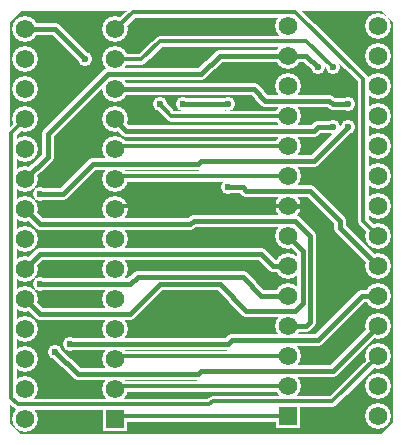
<source format=gbr>
G04 GERBER ASCII OUTPUT FROM: EDWINXP (VER. 1.61 REV. 20080315)*
G04 GERBER FORMAT: RX-274-X*
G04 BOARD: DSPIC_ADAPTER*
G04 ARTWORK OF SOLD.LAYERPOSITIVE SUPERIMPOSED ON NEGATIVE*
%ASAXBY*%
%FSLAX23Y23*%
%MIA0B0*%
%MOIN*%
%OFA0.0000B0.0000*%
%SFA1B1*%
%IJA0B0*%
%INLAYER29NEGPOS*%
%IOA0B0*%
%IPPOS*%
%IR0*%
G04 APERTURE MACROS*
%AMEDWDONUT*
1,1,$1,$2,$3*
1,0,$4,$2,$3*
%
%AMEDWFRECT*
20,1,$1,$2,$3,$4,$5,$6*
%
%AMEDWORECT*
20,1,$1,$2,$3,$4,$5,$10*
20,1,$1,$4,$5,$6,$7,$10*
20,1,$1,$6,$7,$8,$9,$10*
20,1,$1,$8,$9,$2,$3,$10*
1,1,$1,$2,$3*
1,1,$1,$4,$5*
1,1,$1,$6,$7*
1,1,$1,$8,$9*
%
%AMEDWLINER*
20,1,$1,$2,$3,$4,$5,$6*
1,1,$1,$2,$3*
1,1,$1,$4,$5*
%
%AMEDWFTRNG*
4,1,3,$1,$2,$3,$4,$5,$6,$7,$8,$9*
%
%AMEDWATRNG*
4,1,3,$1,$2,$3,$4,$5,$6,$7,$8,$9*
20,1,$11,$1,$2,$3,$4,$10*
20,1,$11,$3,$4,$5,$6,$10*
20,1,$11,$5,$6,$7,$8,$10*
1,1,$11,$3,$4*
1,1,$11,$5,$6*
1,1,$11,$7,$8*
%
%AMEDWOTRNG*
20,1,$1,$2,$3,$4,$5,$8*
20,1,$1,$4,$5,$6,$7,$8*
20,1,$1,$6,$7,$2,$3,$8*
1,1,$1,$2,$3*
1,1,$1,$4,$5*
1,1,$1,$6,$7*
%
G04*
G04 APERTURE LIST*
%ADD10R,0.0500X0.0460*%
%ADD11R,0.0740X0.0700*%
%ADD12R,0.0440X0.0400*%
%ADD13R,0.0680X0.0640*%
%ADD14R,0.0460X0.0500*%
%ADD15R,0.0700X0.0740*%
%ADD16R,0.0400X0.0440*%
%ADD17R,0.0640X0.0680*%
%ADD18R,0.0700X0.0700*%
%ADD19R,0.0940X0.0940*%
%ADD20R,0.0600X0.0600*%
%ADD21R,0.0840X0.0840*%
%ADD22C,0.0010*%
%ADD24C,0.00197*%
%ADD26C,0.0020*%
%ADD27R,0.0020X0.0020*%
%ADD28C,0.0030*%
%ADD29R,0.0030X0.0030*%
%ADD30C,0.00302*%
%ADD31R,0.00302X0.00302*%
%ADD32C,0.0040*%
%ADD33R,0.0040X0.0040*%
%ADD34C,0.0050*%
%ADD35R,0.0050X0.0050*%
%ADD36C,0.00512*%
%ADD38C,0.00787*%
%ADD39R,0.00787X0.00787*%
%ADD40C,0.0080*%
%ADD42C,0.00889*%
%ADD43R,0.00889X0.00889*%
%ADD44C,0.00984*%
%ADD45R,0.00984X0.00984*%
%ADD46C,0.0100*%
%ADD47R,0.0100X0.0100*%
%ADD48C,0.01181*%
%ADD50C,0.0120*%
%ADD52C,0.0120*%
%ADD54C,0.0130*%
%ADD56C,0.01478*%
%ADD57R,0.01478X0.01478*%
%ADD58C,0.01575*%
%ADD60C,0.01677*%
%ADD61R,0.01677X0.01677*%
%ADD62C,0.01969*%
%ADD63R,0.01969X0.01969*%
%ADD64C,0.0235*%
%ADD65R,0.0235X0.0235*%
%ADD66C,0.02362*%
%ADD68C,0.0240*%
%ADD70C,0.0240*%
%ADD72C,0.02518*%
%ADD73R,0.02518X0.02518*%
%ADD74C,0.02597*%
%ADD76C,0.02602*%
%ADD77R,0.02602X0.02602*%
%ADD78C,0.0290*%
%ADD80C,0.02912*%
%ADD81R,0.02912X0.02912*%
%ADD82C,0.0300*%
%ADD83R,0.0300X0.0300*%
%ADD84C,0.03022*%
%ADD85R,0.03022X0.03022*%
%ADD86C,0.03187*%
%ADD88C,0.0320*%
%ADD90C,0.03274*%
%ADD91R,0.03274X0.03274*%
%ADD92C,0.0350*%
%ADD93R,0.0350X0.0350*%
%ADD94C,0.03581*%
%ADD96C,0.03609*%
%ADD97R,0.03609X0.03609*%
%ADD98C,0.0370*%
%ADD100C,0.03861*%
%ADD101R,0.03861X0.03861*%
%ADD102C,0.03937*%
%ADD103R,0.03937X0.03937*%
%ADD104C,0.03975*%
%ADD106C,0.04029*%
%ADD107R,0.04029X0.04029*%
%ADD108C,0.04077*%
%ADD109R,0.04077X0.04077*%
%ADD110C,0.0470*%
%ADD111R,0.0470X0.0470*%
%ADD112C,0.0475*%
%ADD113R,0.0475X0.0475*%
%ADD114C,0.04762*%
%ADD115R,0.04762X0.04762*%
%ADD116C,0.04784*%
%ADD117R,0.04784X0.04784*%
%ADD118C,0.04918*%
%ADD119R,0.04918X0.04918*%
%ADD120C,0.0500*%
%ADD121R,0.0500X0.0500*%
%ADD122C,0.05002*%
%ADD123R,0.05002X0.05002*%
%ADD124C,0.05036*%
%ADD125R,0.05036X0.05036*%
%ADD126C,0.0512*%
%ADD127R,0.0512X0.0512*%
%ADD128C,0.05422*%
%ADD129R,0.05422X0.05422*%
%ADD130C,0.05451*%
%ADD131R,0.05451X0.05451*%
%ADD132C,0.0560*%
%ADD133R,0.0560X0.0560*%
%ADD134C,0.05674*%
%ADD135R,0.05674X0.05674*%
%ADD136C,0.05906*%
%ADD137R,0.05906X0.05906*%
%ADD138C,0.0600*%
%ADD139R,0.0600X0.0600*%
%ADD140C,0.06009*%
%ADD141R,0.06009X0.06009*%
%ADD142C,0.06127*%
%ADD143R,0.06127X0.06127*%
%ADD144C,0.0620*%
%ADD146C,0.06261*%
%ADD147R,0.06261X0.06261*%
%ADD148C,0.06429*%
%ADD149R,0.06429X0.06429*%
%ADD150C,0.06793*%
%ADD151R,0.06793X0.06793*%
%ADD152C,0.06799*%
%ADD153R,0.06799X0.06799*%
%ADD154C,0.06906*%
%ADD155R,0.06906X0.06906*%
%ADD156C,0.0700*%
%ADD157R,0.0700X0.0700*%
%ADD158C,0.07051*%
%ADD159R,0.07051X0.07051*%
%ADD160C,0.0710*%
%ADD161R,0.0710X0.0710*%
%ADD162C,0.07184*%
%ADD163R,0.07184X0.07184*%
%ADD164C,0.07296*%
%ADD165R,0.07296X0.07296*%
%ADD166C,0.0738*%
%ADD167R,0.0738X0.0738*%
%ADD168C,0.07436*%
%ADD169R,0.07436X0.07436*%
%ADD170C,0.0752*%
%ADD171R,0.0752X0.0752*%
%ADD172C,0.0760*%
%ADD174C,0.07851*%
%ADD175R,0.07851X0.07851*%
%ADD176C,0.07883*%
%ADD177R,0.07883X0.07883*%
%ADD178C,0.0800*%
%ADD179R,0.0800X0.0800*%
%ADD180C,0.08527*%
%ADD181R,0.08527X0.08527*%
%ADD182C,0.0860*%
%ADD184C,0.08646*%
%ADD185R,0.08646X0.08646*%
%ADD186C,0.08981*%
%ADD187R,0.08981X0.08981*%
%ADD188C,0.09193*%
%ADD189R,0.09193X0.09193*%
%ADD190C,0.09199*%
%ADD191R,0.09199X0.09199*%
%ADD192C,0.09451*%
%ADD193R,0.09451X0.09451*%
%ADD194C,0.09696*%
%ADD195R,0.09696X0.09696*%
%ADD196C,0.0978*%
%ADD197R,0.0978X0.0978*%
%ADD198C,0.09811*%
%ADD199R,0.09811X0.09811*%
%ADD200C,0.1000*%
%ADD203R,0.10283X0.10283*%
%ADD205R,0.11046X0.11046*%
%ADD207R,0.11381X0.11381*%
%ADD209R,0.11835X0.11835*%
%ADD211R,0.12211X0.12211*%
%ADD213R,0.12339X0.12339*%
%ADD215R,0.12423X0.12423*%
%ADD217R,0.12842X0.12842*%
%ADD219R,0.13934X0.13934*%
%ADD221R,0.14235X0.14235*%
%ADD223R,0.14507X0.14507*%
%ADD225R,0.14739X0.14739*%
%ADD227R,0.14823X0.14823*%
%ADD229R,0.15242X0.15242*%
%ADD231R,0.16334X0.16334*%
%ADD233R,0.16907X0.16907*%
%ADD235R,0.17039X0.17039*%
%ADD237R,0.19439X0.19439*%
%ADD239R,0.21152X0.21152*%
%ADD241R,0.23552X0.23552*%
%ADD243R,0.26776X0.26776*%
%ADD245R,0.27783X0.27783*%
%ADD247R,0.28035X0.28035*%
%ADD249R,0.29176X0.29176*%
%ADD251R,0.30183X0.30183*%
%ADD253R,0.30435X0.30435*%
%ADD255R,0.49943X0.49943*%
%ADD257R,0.52041X0.52041*%
%ADD259R,0.52209X0.52209*%
%ADD261R,0.52343X0.52343*%
%ADD263R,0.54441X0.54441*%
%ADD265R,0.54609X0.54609*%
%ADD266C,0.64609*%
%ADD267R,0.64609X0.64609*%
%ADD268C,0.74609*%
%ADD269R,0.74609X0.74609*%
%ADD270C,0.84609*%
%ADD271R,0.84609X0.84609*%
%ADD272C,0.94609*%
%ADD273R,0.94609X0.94609*%
%ADD274C,1.04609*%
%ADD275R,1.04609X1.04609*%
%ADD276C,1.14609*%
%ADD277R,1.14609X1.14609*%
%ADD278C,1.24609*%
%ADD279R,1.24609X1.24609*%
%ADD280C,1.34609*%
%ADD281R,1.34609X1.34609*%
%ADD282C,1.44609*%
%ADD283R,1.44609X1.44609*%
%ADD284C,1.54609*%
%ADD285R,1.54609X1.54609*%
%ADD286C,1.64609*%
%ADD287R,1.64609X1.64609*%
%ADD288C,1.74609*%
%ADD289R,1.74609X1.74609*%
%ADD290C,1.84609*%
%ADD291R,1.84609X1.84609*%
%ADD292C,1.94609*%
%ADD293R,1.94609X1.94609*%
G04*
%LNLLAYER29CPOURD*%
%LPD*%
G36*
X938Y775D02*
X1288Y838D01*
X1288Y1388D01*
X1250Y1425D01*
X50Y1425D01*
X13Y1388D01*
X13Y50D01*
X50Y13D01*
X1250Y13D01*
X1288Y50D01*
X1300Y763D01*
X938Y775D01*
G37*
G36*
X950Y775D02*
X1288Y888D01*
X1288Y700D01*
X950Y775D01*
G37*
%LNLLAYER29CRELIEVEC*%
%LPC*%
G36*
X641Y915D02*
X641Y878D01*
X908Y878D01*
X908Y915D01*
X641Y915D01*
G37*
G36*
X789Y867D02*
X789Y837D01*
X914Y837D01*
X914Y867D01*
X789Y867D01*
G37*
G36*
X964Y689D02*
X964Y639D01*
X1000Y639D01*
X1000Y689D01*
X964Y689D01*
G37*
G36*
X729Y529D02*
X729Y469D01*
X815Y469D01*
X815Y529D01*
X729Y529D01*
G37*
G36*
X773Y503D02*
X773Y457D01*
X841Y457D01*
X841Y503D01*
X773Y503D01*
G37*
G36*
X789Y475D02*
X789Y434D01*
X908Y434D01*
X908Y475D01*
X789Y475D01*
G37*
G36*
X967Y434D02*
X967Y389D01*
X997Y389D01*
X997Y434D01*
X967Y434D01*
G37*
G36*
X734Y321D02*
X734Y284D01*
X904Y284D01*
X904Y321D01*
X734Y321D01*
G37*
G36*
X887Y319D02*
X887Y298D01*
X911Y298D01*
X911Y319D01*
X887Y319D01*
G37*
G36*
X384Y278D02*
X384Y221D01*
X904Y221D01*
X904Y278D01*
X384Y278D01*
G37*
G36*
X637Y216D02*
X637Y186D01*
X914Y186D01*
X914Y216D01*
X637Y216D01*
G37*
G36*
X400Y104D02*
X400Y78D01*
X899Y78D01*
X899Y104D01*
X400Y104D01*
G37*
G36*
X684Y126D02*
X684Y92D01*
X896Y92D01*
X896Y126D01*
X684Y126D01*
G37*
G36*
X385Y529D02*
X385Y428D01*
X417Y428D01*
X417Y529D01*
X385Y529D01*
G37*
G36*
X413Y526D02*
X413Y443D01*
X438Y443D01*
X438Y526D01*
X413Y526D01*
G37*
G36*
X432Y525D02*
X432Y464D01*
X458Y464D01*
X458Y525D01*
X432Y525D01*
G37*
G36*
X452Y529D02*
X452Y480D01*
X490Y480D01*
X490Y529D01*
X452Y529D01*
G37*
G36*
X963Y1314D02*
X963Y1279D01*
X1003Y1279D01*
X1003Y1314D01*
X963Y1314D01*
G37*
G36*
X970Y1384D02*
X970Y1316D01*
X1010Y1316D01*
X1010Y1384D01*
X970Y1384D01*
G37*
G36*
X995Y1356D02*
X995Y1274D01*
X1045Y1274D01*
X1045Y1356D01*
X995Y1356D01*
G37*
G36*
X1034Y1321D02*
X1034Y1253D01*
X1081Y1253D01*
X1081Y1321D01*
X1034Y1321D01*
G37*
G36*
X1069Y1284D02*
X1069Y1240D01*
X1099Y1240D01*
X1099Y1284D01*
X1069Y1284D01*
G37*
G36*
X590Y1099D02*
X590Y1084D01*
X730Y1084D01*
X730Y1099D01*
X590Y1099D01*
G37*
G36*
X387Y966D02*
X387Y934D01*
X909Y934D01*
X909Y966D01*
X387Y966D01*
G37*
G36*
X367Y953D02*
X367Y923D01*
X647Y923D01*
X647Y953D01*
X367Y953D01*
G37*
G36*
X1326Y800D02*
X1326Y8D01*
X1289Y8D01*
X1289Y800D01*
X1326Y800D01*
G37*
D21* 
X938Y75D02*D03*
D182*
X938Y175D02*D03*
X938Y275D02*D03*
X938Y375D02*D03*
X938Y475D02*D03*
X938Y575D02*D03*
X938Y675D02*D03*
X938Y875D02*D03*
X938Y975D02*D03*
X938Y1075D02*D03*
X938Y1175D02*D03*
X938Y1275D02*D03*
X938Y1375D02*D03*
X1238Y1375D02*D03*
X1238Y1275D02*D03*
X1238Y1175D02*D03*
X1238Y1075D02*D03*
X1238Y975D02*D03*
X1238Y875D02*D03*
X1238Y775D02*D03*
X1238Y675D02*D03*
X1238Y575D02*D03*
X1238Y475D02*D03*
X1238Y375D02*D03*
X1238Y275D02*D03*
X1238Y175D02*D03*
X1238Y75D02*D03*
D21* 
X363Y63D02*D03*
D182*
X363Y163D02*D03*
X363Y263D02*D03*
X363Y363D02*D03*
X363Y463D02*D03*
X363Y563D02*D03*
X363Y663D02*D03*
X363Y863D02*D03*
X363Y963D02*D03*
X363Y1063D02*D03*
X363Y1163D02*D03*
X363Y1263D02*D03*
X363Y1363D02*D03*
X63Y1363D02*D03*
X63Y1263D02*D03*
X63Y1163D02*D03*
X63Y1063D02*D03*
X63Y963D02*D03*
X63Y863D02*D03*
X63Y763D02*D03*
X63Y663D02*D03*
X63Y563D02*D03*
X63Y463D02*D03*
X63Y363D02*D03*
X63Y263D02*D03*
X63Y163D02*D03*
X63Y63D02*D03*
X938Y775D02*D03*
X363Y763D02*D03*
D114*
X213Y313D02*D03*
X263Y1263D02*D03*
X588Y1113D02*D03*
X738Y1113D02*D03*
X738Y838D02*D03*
X1088Y1238D02*D03*
X1138Y1113D02*D03*
X1088Y1038D02*D03*
X513Y1113D02*D03*
X113Y513D02*D03*
X1038Y1238D02*D03*
X113Y813D02*D03*
X1138Y1038D02*D03*
X163Y288D02*D03*
D104*
X938Y1275D02*
X713Y1275D01*
X650Y1213D01*
X338Y1213D01*
X138Y1013D01*
X138Y938D01*
X63Y863D01*
X938Y1275D02*
X1000Y1275D01*
X1038Y1238D01*
X113Y813D02*
X188Y813D01*
X288Y913D01*
X638Y913D01*
X650Y925D01*
X1025Y925D01*
X1138Y1038D01*
D94* 
X938Y75D02*
X375Y75D01*
X363Y63D01*
D48* 
X938Y775D02*
X813Y775D01*
X375Y775D01*
X363Y763D01*
D58* 
X938Y775D02*
X1000Y775D01*
X1063Y713D01*
D104*
X1138Y1113D02*
X1088Y1113D01*
X1075Y1125D01*
X863Y1125D01*
X825Y1163D01*
X363Y1163D01*
X1088Y1038D02*
X1038Y1038D01*
X1025Y1025D01*
X400Y1025D01*
X363Y1063D01*
D94* 
X513Y1113D02*
X550Y1075D01*
X938Y1075D01*
D104*
X63Y463D02*
X113Y413D01*
X413Y413D01*
X513Y513D01*
X713Y513D01*
X800Y425D01*
X963Y425D01*
X988Y450D01*
X988Y625D01*
X938Y675D01*
X938Y575D02*
X888Y575D01*
X850Y613D01*
X113Y613D01*
X63Y563D01*
X113Y513D02*
X413Y513D01*
X438Y538D01*
X788Y538D01*
X850Y475D01*
X938Y475D01*
X63Y763D02*
X113Y713D01*
X613Y713D01*
X625Y725D01*
X963Y725D01*
X1013Y675D01*
X1013Y388D01*
X1000Y375D01*
X938Y375D01*
D94* 
X363Y963D02*
X375Y975D01*
X938Y975D01*
X363Y863D02*
X375Y875D01*
X938Y875D01*
X1238Y275D02*
X1087Y125D01*
X688Y125D01*
X676Y113D01*
X38Y113D01*
X17Y133D01*
X17Y1017D01*
X63Y1063D01*
D104*
X163Y288D02*
X238Y213D01*
X638Y213D01*
X650Y225D01*
X1088Y225D01*
X1238Y375D01*
X213Y313D02*
X738Y313D01*
X752Y327D01*
X1038Y327D01*
X1185Y475D01*
X1238Y475D01*
X263Y1263D02*
X163Y1363D01*
X63Y1363D01*
X588Y1113D02*
X738Y1113D01*
X738Y838D02*
X788Y838D01*
X800Y825D01*
X1013Y825D01*
X1113Y725D01*
X1113Y700D01*
X1238Y575D01*
D94* 
X363Y1363D02*
X421Y1421D01*
X963Y1421D01*
X1188Y1196D01*
X1188Y725D01*
X1238Y675D01*
X1088Y1238D02*
X1000Y1325D01*
X513Y1325D01*
X450Y1263D01*
X363Y1263D01*
X938Y275D02*
X375Y275D01*
X363Y263D01*
X938Y175D02*
X375Y175D01*
X363Y163D01*
%LNLLAYER29CFILLD*%
%LPD*%
D20* 
X938Y75D02*D03*
D144*
X938Y175D02*D03*
X938Y275D02*D03*
X938Y375D02*D03*
X938Y475D02*D03*
X938Y575D02*D03*
X938Y675D02*D03*
X938Y875D02*D03*
X938Y975D02*D03*
X938Y1075D02*D03*
X938Y1175D02*D03*
X938Y1275D02*D03*
X938Y1375D02*D03*
X1238Y1375D02*D03*
X1238Y1275D02*D03*
X1238Y1175D02*D03*
X1238Y1075D02*D03*
X1238Y975D02*D03*
X1238Y875D02*D03*
X1238Y775D02*D03*
X1238Y675D02*D03*
X1238Y575D02*D03*
X1238Y475D02*D03*
X1238Y375D02*D03*
X1238Y275D02*D03*
X1238Y175D02*D03*
X1238Y75D02*D03*
D20* 
X363Y63D02*D03*
D144*
X363Y163D02*D03*
X363Y263D02*D03*
X363Y363D02*D03*
X363Y463D02*D03*
X363Y563D02*D03*
X363Y663D02*D03*
X363Y863D02*D03*
X363Y963D02*D03*
X363Y1063D02*D03*
X363Y1163D02*D03*
X363Y1263D02*D03*
X363Y1363D02*D03*
X63Y1363D02*D03*
X63Y1263D02*D03*
X63Y1163D02*D03*
X63Y1063D02*D03*
X63Y963D02*D03*
X63Y863D02*D03*
X63Y763D02*D03*
X63Y663D02*D03*
X63Y563D02*D03*
X63Y463D02*D03*
X63Y363D02*D03*
X63Y263D02*D03*
X63Y163D02*D03*
X63Y63D02*D03*
X938Y775D02*D03*
X363Y763D02*D03*
D66* 
X213Y313D02*D03*
X263Y1263D02*D03*
X588Y1113D02*D03*
X738Y1113D02*D03*
X738Y838D02*D03*
X1088Y1238D02*D03*
X1138Y1113D02*D03*
X1088Y1038D02*D03*
X513Y1113D02*D03*
X113Y513D02*D03*
X1038Y1238D02*D03*
X113Y813D02*D03*
X1138Y1038D02*D03*
X1063Y713D02*D03*
X813Y775D02*D03*
X163Y288D02*D03*
D58* 
X938Y1275D02*
X713Y1275D01*
X650Y1213D01*
X338Y1213D01*
X138Y1013D01*
X138Y938D01*
X63Y863D01*
X938Y1275D02*
X1000Y1275D01*
X1038Y1238D01*
X113Y813D02*
X188Y813D01*
X288Y913D01*
X638Y913D01*
X650Y925D01*
X1025Y925D01*
X1138Y1038D01*
D48* 
X938Y75D02*
X375Y75D01*
X363Y63D01*
X938Y775D02*
X813Y775D01*
X375Y775D01*
X363Y763D01*
D58* 
X938Y775D02*
X1000Y775D01*
X1063Y713D01*
X1138Y1113D02*
X1088Y1113D01*
X1075Y1125D01*
X863Y1125D01*
X825Y1163D01*
X363Y1163D01*
X1088Y1038D02*
X1038Y1038D01*
X1025Y1025D01*
X400Y1025D01*
X363Y1063D01*
D48* 
X513Y1113D02*
X550Y1075D01*
X938Y1075D01*
D58* 
X63Y463D02*
X113Y413D01*
X413Y413D01*
X513Y513D01*
X713Y513D01*
X800Y425D01*
X963Y425D01*
X988Y450D01*
X988Y625D01*
X938Y675D01*
X938Y575D02*
X888Y575D01*
X850Y613D01*
X113Y613D01*
X63Y563D01*
X113Y513D02*
X413Y513D01*
X438Y538D01*
X788Y538D01*
X850Y475D01*
X938Y475D01*
X63Y763D02*
X113Y713D01*
X613Y713D01*
X625Y725D01*
X963Y725D01*
X1013Y675D01*
X1013Y388D01*
X1000Y375D01*
X938Y375D01*
D48* 
X363Y963D02*
X375Y975D01*
X938Y975D01*
X363Y863D02*
X375Y875D01*
X938Y875D01*
X1238Y275D02*
X1087Y125D01*
X688Y125D01*
X676Y113D01*
X38Y113D01*
X17Y133D01*
X17Y1017D01*
X63Y1063D01*
D58* 
X163Y288D02*
X238Y213D01*
X638Y213D01*
X650Y225D01*
X1088Y225D01*
X1238Y375D01*
X213Y313D02*
X738Y313D01*
X752Y327D01*
X1038Y327D01*
X1185Y475D01*
X1238Y475D01*
X263Y1263D02*
X163Y1363D01*
X63Y1363D01*
X588Y1113D02*
X738Y1113D01*
X738Y838D02*
X788Y838D01*
X800Y825D01*
X1013Y825D01*
X1113Y725D01*
X1113Y700D01*
X1238Y575D01*
D48* 
X363Y1363D02*
X421Y1421D01*
X963Y1421D01*
X1188Y1196D01*
X1188Y725D01*
X1238Y675D01*
X1088Y1238D02*
X1000Y1325D01*
X513Y1325D01*
X450Y1263D01*
X363Y1263D01*
X938Y275D02*
X375Y275D01*
X363Y263D01*
X938Y175D02*
X375Y175D01*
X363Y163D01*
M02*

</source>
